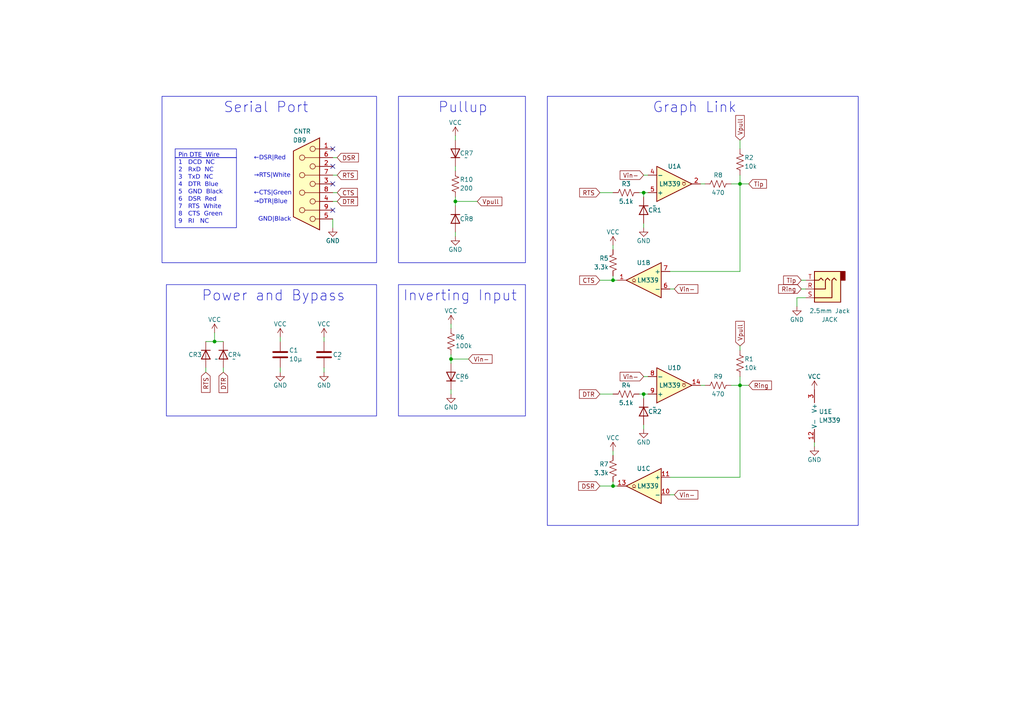
<source format=kicad_sch>
(kicad_sch (version 20230121) (generator eeschema)
  (paper "A4")
  (title_block (title "TI Graph-Link Serial Windows") (date "2023-Jul-29") (rev "1") (comment 1 "2TA111MB-30D"))
  (lib_symbols
    (symbol "Comparator:LM339" (pin_names (offset 0.127))
      (property "Reference" "U" (at 0 5.08 0))
      (property "Value" "LM339" (at 0 -5.08 0))
      (symbol "LM339_1_1"
        (polyline (pts (xy -5.08 5.08) (xy 5.08 0) (xy -5.08 -5.08) (xy -5.08 5.08)) (stroke (width 0.254)) (fill (type background)))
        (polyline (pts (xy 3.302 -0.508) (xy 2.794 -0.508) (xy 3.302 0) (xy 2.794 0.508) (xy 2.286 0) (xy 2.794 -0.508) (xy 2.286 -0.508)) (stroke (width 0.127)))
        (pin open_collector line (at 7.62 0 180) (length 2.54) (name "~") (number "2"))
        (pin input line (at -7.62 -2.54 0) (length 2.54) (name "-") (number "4"))
        (pin input line (at -7.62 2.54 0) (length 2.54) (name "+") (number "5"))
      )
      (symbol "LM339_2_1"
        (polyline (pts (xy -5.08 5.08) (xy 5.08 0) (xy -5.08 -5.08) (xy -5.08 5.08)) (stroke (width 0.254)) (fill (type background)))
        (polyline (pts (xy 3.302 -0.508) (xy 2.794 -0.508) (xy 3.302 0) (xy 2.794 0.508) (xy 2.286 0) (xy 2.794 -0.508) (xy 2.286 -0.508)) (stroke (width 0.127)))
        (pin open_collector line (at 7.62 0 180) (length 2.54) (name "~") (number "1"))
        (pin input line (at -7.62 -2.54 0) (length 2.54) (name "-") (number "6"))
        (pin input line (at -7.62 2.54 0) (length 2.54) (name "+") (number "7"))
      )
      (symbol "LM339_3_1"
        (polyline (pts (xy -5.08 5.08) (xy 5.08 0) (xy -5.08 -5.08) (xy -5.08 5.08)) (stroke (width 0.254)) (fill (type background)))
        (polyline (pts (xy 3.302 -0.508) (xy 2.794 -0.508) (xy 3.302 0) (xy 2.794 0.508) (xy 2.286 0) (xy 2.794 -0.508) (xy 2.286 -0.508)) (stroke (width 0.127)))
        (pin input line (at -7.62 -2.54 0) (length 2.54) (name "-") (number "10"))
        (pin input line (at -7.62 2.54 0) (length 2.54) (name "+") (number "11"))
        (pin open_collector line (at 7.62 0 180) (length 2.54) (name "~") (number "13"))
      )
      (symbol "LM339_4_1"
        (polyline (pts (xy -5.08 5.08) (xy 5.08 0) (xy -5.08 -5.08) (xy -5.08 5.08)) (stroke (width 0.254)) (fill (type background)))
        (polyline (pts (xy 3.302 -0.508) (xy 2.794 -0.508) (xy 3.302 0) (xy 2.794 0.508) (xy 2.286 0) (xy 2.794 -0.508) (xy 2.286 -0.508)) (stroke (width 0.127)))
        (pin open_collector line (at 7.62 0 180) (length 2.54) (name "~") (number "14"))
        (pin input line (at -7.62 -2.54 0) (length 2.54) (name "-") (number "8"))
        (pin input line (at -7.62 2.54 0) (length 2.54) (name "+") (number "9"))
      )
      (symbol "LM339_5_1"
        (pin power_in line (at -2.54 -7.62 90) (length 3.81) (name "V-") (number "12"))
        (pin power_in line (at -2.54 7.62 270) (length 3.81) (name "V+") (number "3"))
      )
    )
    (symbol "Connector:DE9_Receptacle" (pin_names (offset 1.016) hide)
      (property "Reference" "J" (at 0 13.97 0))
      (property "Value" "DE9_Receptacle" (at 0 -14.605 0))
      (symbol "DE9_Receptacle_0_1"
        (circle (center -1.778 -10.16) (radius 0.762))
        (circle (center -1.778 -5.08) (radius 0.762))
        (circle (center -1.778 0) (radius 0.762))
        (circle (center -1.778 5.08) (radius 0.762))
        (circle (center -1.778 10.16) (radius 0.762))
        (polyline (pts (xy -3.81 -10.16) (xy -2.54 -10.16)))
        (polyline (pts (xy -3.81 -7.62) (xy 0.508 -7.62)))
        (polyline (pts (xy -3.81 -5.08) (xy -2.54 -5.08)))
        (polyline (pts (xy -3.81 -2.54) (xy 0.508 -2.54)))
        (polyline (pts (xy -3.81 0) (xy -2.54 0)))
        (polyline (pts (xy -3.81 2.54) (xy 0.508 2.54)))
        (polyline (pts (xy -3.81 5.08) (xy -2.54 5.08)))
        (polyline (pts (xy -3.81 7.62) (xy 0.508 7.62)))
        (polyline (pts (xy -3.81 10.16) (xy -2.54 10.16)))
        (polyline (pts (xy -3.81 13.335) (xy -3.81 -13.335) (xy 3.81 -9.525) (xy 3.81 9.525) (xy -3.81 13.335)) (stroke (width 0.254)) (fill (type background)))
        (circle (center 1.27 -7.62) (radius 0.762))
        (circle (center 1.27 -2.54) (radius 0.762))
        (circle (center 1.27 2.54) (radius 0.762))
        (circle (center 1.27 7.62) (radius 0.762))
      )
      (symbol "DE9_Receptacle_1_1"
        (pin passive line (at -7.62 10.16 0) (length 3.81) (name "1") (number "1"))
        (pin passive line (at -7.62 5.08 0) (length 3.81) (name "2") (number "2"))
        (pin passive line (at -7.62 0 0) (length 3.81) (name "3") (number "3"))
        (pin passive line (at -7.62 -5.08 0) (length 3.81) (name "4") (number "4"))
        (pin passive line (at -7.62 -10.16 0) (length 3.81) (name "5") (number "5"))
        (pin passive line (at -7.62 7.62 0) (length 3.81) (name "6") (number "6"))
        (pin passive line (at -7.62 2.54 0) (length 3.81) (name "7") (number "7"))
        (pin passive line (at -7.62 -2.54 0) (length 3.81) (name "8") (number "8"))
        (pin passive line (at -7.62 -7.62 0) (length 3.81) (name "9") (number "9"))
      )
    )
    (symbol "Connector_Audio:AudioJack3"
      (property "Reference" "J" (at 0 8.89 0))
      (property "Value" "AudioJack3" (at 0 6.35 0))
      (symbol "AudioJack3_0_1"
        (rectangle (start -5.08 -5.08) (end -6.35 -2.54) (stroke (width 0.254)) (fill (type outline)))
        (polyline (pts (xy 0 -2.54) (xy 0.635 -3.175) (xy 1.27 -2.54) (xy 2.54 -2.54)) (stroke (width 0.254)))
        (polyline (pts (xy -1.905 -2.54) (xy -1.27 -3.175) (xy -0.635 -2.54) (xy -0.635 0) (xy 2.54 0)) (stroke (width 0.254)))
        (polyline (pts (xy 2.54 2.54) (xy -2.54 2.54) (xy -2.54 -2.54) (xy -3.175 -3.175) (xy -3.81 -2.54)) (stroke (width 0.254)))
        (rectangle (start 2.54 3.81) (end -5.08 -5.08) (stroke (width 0.254)) (fill (type background)))
      )
      (symbol "AudioJack3_1_1"
        (pin passive line (at 5.08 0 180) (length 2.54) (name "~") (number "R"))
        (pin passive line (at 5.08 2.54 180) (length 2.54) (name "~") (number "S"))
        (pin passive line (at 5.08 -2.54 180) (length 2.54) (name "~") (number "T"))
      )
    )
    (symbol "Device:C" (pin_numbers hide) (pin_names (offset 0.254))
      (property "Reference" "C" (at 0.635 2.54 0))
      (property "Value" "C" (at 0.635 -2.54 0))
      (symbol "C_0_1"
        (polyline (pts (xy -2.032 -0.762) (xy 2.032 -0.762)) (stroke (width 0.508)))
        (polyline (pts (xy -2.032 0.762) (xy 2.032 0.762)) (stroke (width 0.508)))
      )
      (symbol "C_1_1"
        (pin passive line (at 0 3.81 270) (length 2.794) (name "~") (number "1"))
        (pin passive line (at 0 -3.81 90) (length 2.794) (name "~") (number "2"))
      )
    )
    (symbol "Device:D" (pin_numbers hide) (pin_names (offset 1.016) hide)
      (property "Reference" "D" (at 0 2.54 0))
      (property "Value" "D" (at 0 -2.54 0))
      (symbol "D_0_1"
        (polyline (pts (xy -1.27 1.27) (xy -1.27 -1.27)) (stroke (width 0.254)))
        (polyline (pts (xy 1.27 0) (xy -1.27 0)))
        (polyline (pts (xy 1.27 1.27) (xy 1.27 -1.27) (xy -1.27 0) (xy 1.27 1.27)) (stroke (width 0.254)))
      )
      (symbol "D_1_1"
        (pin passive line (at -3.81 0 0) (length 2.54) (name "K") (number "1"))
        (pin passive line (at 3.81 0 180) (length 2.54) (name "A") (number "2"))
      )
    )
    (symbol "Device:R_US" (pin_numbers hide) (pin_names (offset 0))
      (property "Reference" "R" (at 2.54 0 90))
      (property "Value" "R_US" (at -2.54 0 90))
      (symbol "R_US_0_1"
        (polyline (pts (xy 0 -2.286) (xy 0 -2.54)))
        (polyline (pts (xy 0 2.286) (xy 0 2.54)))
        (polyline (pts (xy 0 -0.762) (xy 1.016 -1.143) (xy 0 -1.524) (xy -1.016 -1.905) (xy 0 -2.286)))
        (polyline (pts (xy 0 0.762) (xy 1.016 0.381) (xy 0 0) (xy -1.016 -0.381) (xy 0 -0.762)))
        (polyline (pts (xy 0 2.286) (xy 1.016 1.905) (xy 0 1.524) (xy -1.016 1.143) (xy 0 0.762)))
      )
      (symbol "R_US_1_1"
        (pin passive line (at 0 3.81 270) (length 1.27) (name "~") (number "1"))
        (pin passive line (at 0 -3.81 90) (length 1.27) (name "~") (number "2"))
      )
    )
    (symbol "power:GND" (power) (pin_names (offset 0))
      (property "Value" "GND" (at 0 -3.81 0))
      (symbol "GND_0_1"
        (polyline (pts (xy 0 0) (xy 0 -1.27) (xy 1.27 -1.27) (xy 0 -2.54) (xy -1.27 -1.27) (xy 0 -1.27)))
      )
      (symbol "GND_1_1"
        (pin power_in line (at 0 0 270) (length 0) hide (name "GND") (number "1"))
      )
    )
    (symbol "power:VCC" (power) (pin_names (offset 0))
      (property "Value" "VCC" (at 0 3.81 0))
      (symbol "VCC_0_1"
        (polyline (pts (xy -0.762 1.27) (xy 0 2.54)))
        (polyline (pts (xy 0 0) (xy 0 2.54)))
        (polyline (pts (xy 0 2.54) (xy 0.762 1.27)))
      )
      (symbol "VCC_1_1"
        (pin power_in line (at 0 0 90) (length 0) hide (name "VCC") (number "1"))
      )
    )
  )
  (junction (at 186.69 114.3))
  (junction (at 130.81 104.14))
  (junction (at 214.63 111.76))
  (junction (at 62.23 99.06))
  (junction (at 177.8 140.97))
  (junction (at 186.69 55.88))
  (junction (at 177.8 81.28))
  (junction (at 132.08 58.42))
  (junction (at 214.63 53.34))
  (no_connect (at 96.52 60.96))
  (no_connect (at 96.52 43.18))
  (no_connect (at 96.52 53.34))
  (no_connect (at 96.52 48.26))
  (wire (pts (xy 81.28 97.79) (xy 81.28 99.06)))
  (wire (pts (xy 214.63 111.76) (xy 217.17 111.76)))
  (wire (pts (xy 212.09 111.76) (xy 214.63 111.76)))
  (wire (pts (xy 96.52 58.42) (xy 97.79 58.42)))
  (wire (pts (xy 203.2 53.34) (xy 204.47 53.34)))
  (wire (pts (xy 186.69 114.3) (xy 186.69 115.57)))
  (wire (pts (xy 132.08 58.42) (xy 138.43 58.42)))
  (wire (pts (xy 64.77 106.68) (xy 64.77 107.95)))
  (wire (pts (xy 132.08 67.31) (xy 132.08 68.58)))
  (wire (pts (xy 214.63 53.34) (xy 217.17 53.34)))
  (wire (pts (xy 177.8 139.7) (xy 177.8 140.97)))
  (wire (pts (xy 132.08 48.26) (xy 132.08 49.53)))
  (wire (pts (xy 96.52 63.5) (xy 96.52 66.04)))
  (wire (pts (xy 62.23 99.06) (xy 64.77 99.06)))
  (wire (pts (xy 186.69 64.77) (xy 186.69 66.04)))
  (wire (pts (xy 231.14 86.36) (xy 231.14 88.9)))
  (wire (pts (xy 96.52 45.72) (xy 97.79 45.72)))
  (wire (pts (xy 177.8 80.01) (xy 177.8 81.28)))
  (wire (pts (xy 233.68 86.36) (xy 231.14 86.36)))
  (wire (pts (xy 214.63 50.8) (xy 214.63 53.34)))
  (wire (pts (xy 186.69 109.22) (xy 187.96 109.22)))
  (wire (pts (xy 93.98 106.68) (xy 93.98 107.95)))
  (wire (pts (xy 130.81 104.14) (xy 130.81 105.41)))
  (wire (pts (xy 186.69 114.3) (xy 187.96 114.3)))
  (wire (pts (xy 93.98 97.79) (xy 93.98 99.06)))
  (wire (pts (xy 132.08 57.15) (xy 132.08 58.42)))
  (wire (pts (xy 214.63 111.76) (xy 214.63 138.43)))
  (wire (pts (xy 214.63 40.64) (xy 214.63 43.18)))
  (wire (pts (xy 130.81 113.03) (xy 130.81 114.3)))
  (wire (pts (xy 203.2 111.76) (xy 204.47 111.76)))
  (wire (pts (xy 194.31 78.74) (xy 214.63 78.74)))
  (wire (pts (xy 186.69 55.88) (xy 187.96 55.88)))
  (wire (pts (xy 132.08 58.42) (xy 132.08 59.69)))
  (wire (pts (xy 130.81 104.14) (xy 135.89 104.14)))
  (wire (pts (xy 214.63 109.22) (xy 214.63 111.76)))
  (wire (pts (xy 232.41 83.82) (xy 233.68 83.82)))
  (wire (pts (xy 96.52 50.8) (xy 97.79 50.8)))
  (wire (pts (xy 186.69 123.19) (xy 186.69 124.46)))
  (wire (pts (xy 186.69 50.8) (xy 187.96 50.8)))
  (wire (pts (xy 96.52 55.88) (xy 97.79 55.88)))
  (wire (pts (xy 59.69 106.68) (xy 59.69 107.95)))
  (wire (pts (xy 212.09 53.34) (xy 214.63 53.34)))
  (wire (pts (xy 195.58 83.82) (xy 194.31 83.82)))
  (wire (pts (xy 59.69 99.06) (xy 62.23 99.06)))
  (wire (pts (xy 173.99 55.88) (xy 177.8 55.88)))
  (wire (pts (xy 186.69 55.88) (xy 186.69 57.15)))
  (wire (pts (xy 195.58 143.51) (xy 194.31 143.51)))
  (wire (pts (xy 62.23 96.52) (xy 62.23 99.06)))
  (wire (pts (xy 132.08 39.37) (xy 132.08 40.64)))
  (wire (pts (xy 177.8 71.12) (xy 177.8 72.39)))
  (wire (pts (xy 179.07 140.97) (xy 177.8 140.97)))
  (wire (pts (xy 214.63 100.33) (xy 214.63 101.6)))
  (wire (pts (xy 232.41 81.28) (xy 233.68 81.28)))
  (wire (pts (xy 214.63 78.74) (xy 214.63 53.34)))
  (wire (pts (xy 179.07 81.28) (xy 177.8 81.28)))
  (wire (pts (xy 177.8 130.81) (xy 177.8 132.08)))
  (wire (pts (xy 130.81 93.98) (xy 130.81 95.25)))
  (wire (pts (xy 177.8 81.28) (xy 173.99 81.28)))
  (wire (pts (xy 173.99 114.3) (xy 177.8 114.3)))
  (wire (pts (xy 177.8 140.97) (xy 173.99 140.97)))
  (wire (pts (xy 130.81 102.87) (xy 130.81 104.14)))
  (wire (pts (xy 194.31 138.43) (xy 214.63 138.43)))
  (wire (pts (xy 236.22 128.27) (xy 236.22 129.54)))
  (wire (pts (xy 81.28 106.68) (xy 81.28 107.95)))
  (wire (pts (xy 185.42 114.3) (xy 186.69 114.3)))
  (wire (pts (xy 185.42 55.88) (xy 186.69 55.88)))
  (rectangle (start 115.57 27.94) (end 152.4 76.2))
  (rectangle (start 50.8 45.72) (end 68.58 66.04))
  (rectangle (start 50.8 43.18) (end 68.58 45.72))
  (rectangle (start 48.26 82.55) (end 109.22 120.65))
  (rectangle (start 158.75 27.94) (end 248.92 152.4))
  (rectangle (start 115.57 82.55) (end 152.4 120.65))
  (rectangle (start 46.99 27.94) (end 109.22 76.2))
  (text_box "Pin DTE  Wire\n1   DCD  NC\n2   RxD  NC\n3   TxD  NC\n4   DTR  Blue\n5   GND  Black\n6   DSR  Red\n7   RTS  White\n8   CTS  Green\n9   RI   NC" (at 50.8 43.18 0) (size 17.78 22.86) (stroke (width -0.0001)) (effects (font (size 1.27 1.27)) (justify left top)))
  (text "→RTS|White" (at 73.66 52.07 0) (effects (font (size 1.27 1.27)) (justify left bottom)))
  (text "←CTS|Green" (at 73.66 57.15 0) (effects (font (size 1.27 1.27)) (justify left bottom)))
  (text "GND|Black" (at 74.93 64.77 0) (effects (font (size 1.27 1.27)) (justify left bottom)))
  (text "Serial Port" (at 64.77 33.02 0) (effects (font (size 3 3)) (justify left bottom)))
  (text "←DSR|Red" (at 73.66 46.99 0) (effects (font (size 1.27 1.27)) (justify left bottom)))
  (text "Graph Link" (at 189.23 33.02 0) (effects (font (size 3 3)) (justify left bottom)))
  (text "→DTR|Blue" (at 73.66 59.69 0) (effects (font (size 1.27 1.27)) (justify left bottom)))
  (text "Inverting Input" (at 116.84 87.63 0) (effects (font (size 3 3)) (justify left bottom)))
  (text "Pullup" (at 127 33.02 0) (effects (font (size 3 3)) (justify left bottom)))
  (text "Power and Bypass" (at 58.42 87.63 0) (effects (font (size 3 3)) (justify left bottom)))
  (global_label "Tip" (shape input) (at 217.17 53.34 0) (property "Intersheetrefs" "${INTERSHEET_REFS}" (effects hide)))
  (global_label "Vpull" (shape input) (at 214.63 40.64 90) (property "Intersheetrefs" "${INTERSHEET_REFS}" (effects hide)))
  (global_label "Vin-" (shape input) (at 135.89 104.14 0) (property "Intersheetrefs" "${INTERSHEET_REFS}" (effects hide)))
  (global_label "Vin-" (shape input) (at 195.58 83.82 0) (property "Intersheetrefs" "${INTERSHEET_REFS}" (effects hide)))
  (global_label "CTS" (shape input) (at 173.99 81.28 180) (property "Intersheetrefs" "${INTERSHEET_REFS}" (effects hide)))
  (global_label "Vin-" (shape input) (at 186.69 50.8 180) (property "Intersheetrefs" "${INTERSHEET_REFS}" (effects hide)))
  (global_label "Vpull" (shape input) (at 138.43 58.42 0) (property "Intersheetrefs" "${INTERSHEET_REFS}" (effects hide)))
  (global_label "Vin-" (shape input) (at 186.69 109.22 180) (property "Intersheetrefs" "${INTERSHEET_REFS}" (effects hide)))
  (global_label "Vpull" (shape input) (at 214.63 100.33 90) (property "Intersheetrefs" "${INTERSHEET_REFS}" (effects hide)))
  (global_label "Ring" (shape input) (at 232.41 83.82 180) (property "Intersheetrefs" "${INTERSHEET_REFS}" (effects hide)))
  (global_label "Vin-" (shape input) (at 195.58 143.51 0) (property "Intersheetrefs" "${INTERSHEET_REFS}" (effects hide)))
  (global_label "DTR" (shape input) (at 64.77 107.95 270) (property "Intersheetrefs" "${INTERSHEET_REFS}" (effects hide)))
  (global_label "DSR" (shape input) (at 173.99 140.97 180) (property "Intersheetrefs" "${INTERSHEET_REFS}" (effects hide)))
  (global_label "CTS" (shape input) (at 97.79 55.88 0) (property "Intersheetrefs" "${INTERSHEET_REFS}" (effects hide)))
  (global_label "Tip" (shape input) (at 232.41 81.28 180) (property "Intersheetrefs" "${INTERSHEET_REFS}" (effects hide)))
  (global_label "RTS" (shape input) (at 97.79 50.8 0) (property "Intersheetrefs" "${INTERSHEET_REFS}" (effects hide)))
  (global_label "Ring" (shape input) (at 217.17 111.76 0) (property "Intersheetrefs" "${INTERSHEET_REFS}" (effects hide)))
  (global_label "RTS" (shape input) (at 173.99 55.88 180) (property "Intersheetrefs" "${INTERSHEET_REFS}" (effects hide)))
  (global_label "DTR" (shape input) (at 97.79 58.42 0) (property "Intersheetrefs" "${INTERSHEET_REFS}" (effects hide)))
  (global_label "DSR" (shape input) (at 97.79 45.72 0) (property "Intersheetrefs" "${INTERSHEET_REFS}" (effects hide)))
  (global_label "DTR" (shape input) (at 173.99 114.3 180) (property "Intersheetrefs" "${INTERSHEET_REFS}" (effects hide)))
  (global_label "RTS" (shape input) (at 59.69 107.95 270) (property "Intersheetrefs" "${INTERSHEET_REFS}" (effects hide)))
  (symbol (lib_id "Comparator:LM339") (at 186.69 140.97 0) (mirror y) (unit 3)
    (property "Reference" "U1" (at 186.69 135.89 0))
    (property "Value" "LM339" (at 187.96 140.97 0))
    (property "Datasheet" "https://www.st.com/resource/en/datasheet/lm139.pdf" (effects hide))
  )
  (symbol (lib_id "power:GND") (at 93.98 107.95 0) (unit 1)
    (property "Reference" "#PWR01" (effects hide))
    (property "Value" "GND" (at 93.98 111.76 0))
  )
  (symbol (lib_id "power:GND") (at 132.08 68.58 0) (unit 1)
    (property "Reference" "#PWR015" (effects hide))
    (property "Value" "GND" (at 132.08 72.39 0))
  )
  (symbol (lib_id "power:VCC") (at 132.08 39.37 0) (unit 1)
    (property "Reference" "#PWR014" (effects hide))
    (property "Value" "VCC" (at 132.08 35.56 0))
  )
  (symbol (lib_id "power:GND") (at 231.14 88.9 0) (unit 1)
    (property "Reference" "#PWR011" (effects hide))
    (property "Value" "GND" (at 231.14 92.71 0))
  )
  (symbol (lib_id "Device:D") (at 186.69 119.38 90) (mirror x) (unit 1)
    (property "Reference" "CR2" (at 187.96 119.38 90) (effects (justify right)))
    (property "Value" "~" (at 189.23 118.11 90) (effects (justify right)))
    (property "Sim.Device" "D" (effects hide))
    (property "Sim.Pins" "1=K 2=A" (effects hide))
  )
  (symbol (lib_id "Device:R_US") (at 181.61 114.3 90) (unit 1)
    (property "Reference" "R4" (at 181.61 111.76 90))
    (property "Value" "5.1k" (at 181.61 116.84 90))
  )
  (symbol (lib_id "power:VCC") (at 62.23 96.52 0) (unit 1)
    (property "Reference" "#PWR017" (effects hide))
    (property "Value" "VCC" (at 62.23 92.71 0))
  )
  (symbol (lib_id "Device:C") (at 93.98 102.87 0) (unit 1)
    (property "Reference" "C2" (at 96.52 102.87 0) (effects (justify left)))
    (property "Value" "~" (at 97.79 104.14 0) (effects (justify left)))
  )
  (symbol (lib_id "power:GND") (at 81.28 107.95 0) (unit 1)
    (property "Reference" "#PWR02" (effects hide))
    (property "Value" "GND" (at 81.28 111.76 0))
  )
  (symbol (lib_id "power:GND") (at 130.81 114.3 0) (unit 1)
    (property "Reference" "#PWR07" (effects hide))
    (property "Value" "GND" (at 130.81 118.11 0))
  )
  (symbol (lib_id "Device:R_US") (at 214.63 105.41 0) (unit 1)
    (property "Reference" "R1" (at 215.9 104.14 0) (effects (justify left)))
    (property "Value" "10k" (at 215.9 106.68 0) (effects (justify left)))
  )
  (symbol (lib_id "power:VCC") (at 93.98 97.79 0) (unit 1)
    (property "Reference" "#PWR06" (effects hide))
    (property "Value" "VCC" (at 93.98 93.98 0))
  )
  (symbol (lib_id "Device:R_US") (at 177.8 76.2 0) (mirror y) (unit 1)
    (property "Reference" "R5" (at 176.53 74.93 0) (effects (justify left)))
    (property "Value" "3.3k" (at 176.53 77.47 0) (effects (justify left)))
  )
  (symbol (lib_id "power:VCC") (at 81.28 97.79 0) (unit 1)
    (property "Reference" "#PWR05" (effects hide))
    (property "Value" "VCC" (at 81.28 93.98 0))
  )
  (symbol (lib_id "Connector:DE9_Receptacle") (at 88.9 53.34 0) (mirror y) (unit 1)
    (property "Reference" "CNTR" (at 90.17 38.1 0) (effects (justify left)))
    (property "Value" "DB9" (at 88.9 40.64 0) (effects (justify left)))
    (property "Datasheet" " ~" (effects hide))
  )
  (symbol (lib_id "Device:D") (at 132.08 63.5 90) (mirror x) (unit 1)
    (property "Reference" "CR8" (at 133.35 63.5 90) (effects (justify right)))
    (property "Value" "~" (at 134.62 62.23 90) (effects (justify right)))
    (property "Sim.Device" "D" (effects hide))
    (property "Sim.Pins" "1=K 2=A" (effects hide))
  )
  (symbol (lib_id "Device:D") (at 64.77 102.87 270) (unit 1)
    (property "Reference" "CR4" (at 66.04 102.87 90) (effects (justify left)))
    (property "Value" "~" (at 67.31 104.14 90) (effects (justify left)))
    (property "Sim.Device" "D" (effects hide))
    (property "Sim.Pins" "1=K 2=A" (effects hide))
  )
  (symbol (lib_id "Device:D") (at 186.69 60.96 90) (mirror x) (unit 1)
    (property "Reference" "CR1" (at 187.96 60.96 90) (effects (justify right)))
    (property "Value" "~" (at 189.23 59.69 90) (effects (justify right)))
    (property "Sim.Device" "D" (effects hide))
    (property "Sim.Pins" "1=K 2=A" (effects hide))
  )
  (symbol (lib_id "power:GND") (at 186.69 124.46 0) (unit 1)
    (property "Reference" "#PWR03" (effects hide))
    (property "Value" "GND" (at 186.69 128.27 0))
  )
  (symbol (lib_id "Device:R_US") (at 130.81 99.06 0) (unit 1)
    (property "Reference" "R6" (at 132.08 97.79 0) (effects (justify left)))
    (property "Value" "100k" (at 132.08 100.33 0) (effects (justify left)))
  )
  (symbol (lib_id "Device:R_US") (at 208.28 53.34 90) (unit 1)
    (property "Reference" "R8" (at 208.28 50.8 90))
    (property "Value" "470" (at 208.28 55.88 90))
  )
  (symbol (lib_id "Comparator:LM339") (at 238.76 120.65 0) (unit 5)
    (property "Reference" "U1" (at 237.49 119.38 0) (effects (justify left)))
    (property "Value" "LM339" (at 237.49 121.92 0) (effects (justify left)))
    (property "Datasheet" "https://www.st.com/resource/en/datasheet/lm139.pdf" (effects hide))
  )
  (symbol (lib_id "power:GND") (at 96.52 66.04 0) (unit 1)
    (property "Reference" "#PWR04" (effects hide))
    (property "Value" "GND" (at 96.52 69.85 0))
  )
  (symbol (lib_id "power:VCC") (at 177.8 130.81 0) (mirror y) (unit 1)
    (property "Reference" "#PWR012" (effects hide))
    (property "Value" "VCC" (at 177.8 127 0))
  )
  (symbol (lib_id "Device:R_US") (at 181.61 55.88 90) (unit 1)
    (property "Reference" "R3" (at 181.61 53.34 90))
    (property "Value" "5.1k" (at 181.61 58.42 90))
  )
  (symbol (lib_id "Device:R_US") (at 132.08 53.34 0) (unit 1)
    (property "Reference" "R10" (at 133.35 52.07 0) (effects (justify left)))
    (property "Value" "200" (at 133.35 54.61 0) (effects (justify left)))
  )
  (symbol (lib_id "Device:R_US") (at 214.63 46.99 0) (unit 1)
    (property "Reference" "R2" (at 215.9 45.72 0) (effects (justify left)))
    (property "Value" "10k" (at 215.9 48.26 0) (effects (justify left)))
  )
  (symbol (lib_id "power:VCC") (at 177.8 71.12 0) (mirror y) (unit 1)
    (property "Reference" "#PWR013" (effects hide))
    (property "Value" "VCC" (at 177.8 67.31 0))
  )
  (symbol (lib_id "Comparator:LM339") (at 195.58 53.34 0) (mirror x) (unit 1)
    (property "Reference" "U1" (at 195.58 48.26 0))
    (property "Value" "LM339" (at 194.31 53.34 0))
    (property "Datasheet" "https://www.st.com/resource/en/datasheet/lm139.pdf" (effects hide))
  )
  (symbol (lib_id "Device:D") (at 59.69 102.87 270) (unit 1)
    (property "Reference" "CR3" (at 54.61 102.87 90) (effects (justify left)))
    (property "Value" "~" (at 62.23 104.14 90) (effects (justify left)))
    (property "Sim.Device" "D" (effects hide))
    (property "Sim.Pins" "1=K 2=A" (effects hide))
  )
  (symbol (lib_id "Connector_Audio:AudioJack3") (at 238.76 83.82 180) (unit 1)
    (property "Reference" "JACK" (at 240.665 92.71 0))
    (property "Value" "2.5mm Jack" (at 240.665 90.17 0))
  )
  (symbol (lib_id "Device:R_US") (at 177.8 135.89 0) (mirror y) (unit 1)
    (property "Reference" "R7" (at 176.53 134.62 0) (effects (justify left)))
    (property "Value" "3.3k" (at 176.53 137.16 0) (effects (justify left)))
  )
  (symbol (lib_id "Device:R_US") (at 208.28 111.76 90) (unit 1)
    (property "Reference" "R9" (at 208.28 109.22 90))
    (property "Value" "470" (at 208.28 114.3 90))
  )
  (symbol (lib_id "Comparator:LM339") (at 195.58 111.76 0) (mirror x) (unit 4)
    (property "Reference" "U1" (at 195.58 106.68 0))
    (property "Value" "LM339" (at 194.31 111.76 0))
    (property "Datasheet" "https://www.st.com/resource/en/datasheet/lm139.pdf" (effects hide))
  )
  (symbol (lib_id "power:VCC") (at 236.22 113.03 0) (unit 1)
    (property "Reference" "#PWR09" (effects hide))
    (property "Value" "VCC" (at 236.22 109.22 0))
  )
  (symbol (lib_id "Device:D") (at 130.81 109.22 90) (unit 1)
    (property "Reference" "CR6" (at 132.08 109.22 90) (effects (justify right)))
    (property "Value" "~" (at 133.35 110.49 90) (effects (justify right)))
    (property "Sim.Device" "D" (effects hide))
    (property "Sim.Pins" "1=K 2=A" (effects hide))
  )
  (symbol (lib_id "power:VCC") (at 130.81 93.98 0) (unit 1)
    (property "Reference" "#PWR08" (effects hide))
    (property "Value" "VCC" (at 130.81 90.17 0))
  )
  (symbol (lib_id "Device:C") (at 81.28 102.87 0) (unit 1)
    (property "Reference" "C1" (at 83.82 101.6 0) (effects (justify left)))
    (property "Value" "10µ" (at 83.82 104.14 0) (effects (justify left)))
  )
  (symbol (lib_id "Comparator:LM339") (at 186.69 81.28 0) (mirror y) (unit 2)
    (property "Reference" "U1" (at 186.69 76.2 0))
    (property "Value" "LM339" (at 187.96 81.28 0))
    (property "Datasheet" "https://www.st.com/resource/en/datasheet/lm139.pdf" (effects hide))
  )
  (symbol (lib_id "power:GND") (at 236.22 129.54 0) (unit 1)
    (property "Reference" "#PWR010" (effects hide))
    (property "Value" "GND" (at 236.22 133.35 0))
  )
  (symbol (lib_id "power:GND") (at 186.69 66.04 0) (unit 1)
    (property "Reference" "#PWR016" (effects hide))
    (property "Value" "GND" (at 186.69 69.85 0))
  )
  (symbol (lib_id "Device:D") (at 132.08 44.45 90) (unit 1)
    (property "Reference" "CR7" (at 133.35 44.45 90) (effects (justify right)))
    (property "Value" "~" (at 134.62 45.72 90) (effects (justify right)))
    (property "Sim.Device" "D" (effects hide))
    (property "Sim.Pins" "1=K 2=A" (effects hide))
  )
)
</source>
